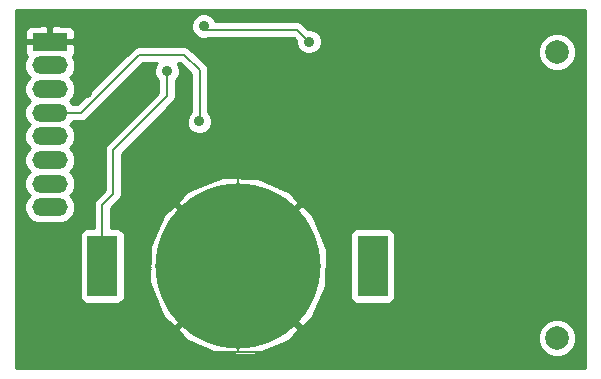
<source format=gbl>
G04 (created by PCBNEW-RS274X (2011-11-27 BZR 3249)-stable) date 15/08/2012 9:50:49 p.m.*
G01*
G70*
G90*
%MOIN*%
G04 Gerber Fmt 3.4, Leading zero omitted, Abs format*
%FSLAX34Y34*%
G04 APERTURE LIST*
%ADD10C,0.006000*%
%ADD11R,0.100000X0.200800*%
%ADD12C,0.551200*%
%ADD13C,0.078700*%
%ADD14O,0.118100X0.059100*%
%ADD15R,0.118100X0.059100*%
%ADD16C,0.035000*%
%ADD17C,0.008000*%
%ADD18C,0.010000*%
G04 APERTURE END LIST*
G54D10*
G54D11*
X22874Y-28622D03*
X31890Y-28622D03*
G54D12*
X27402Y-28622D03*
G54D13*
X38032Y-31019D03*
X38032Y-21491D03*
G54D14*
X21126Y-22725D03*
X21126Y-21938D03*
G54D15*
X21126Y-21150D03*
G54D14*
X21126Y-23512D03*
X21126Y-24300D03*
X21126Y-25087D03*
X21126Y-25874D03*
X21126Y-26661D03*
G54D16*
X26110Y-23799D03*
X29764Y-21142D03*
X26260Y-20630D03*
X22319Y-25500D03*
X22472Y-23811D03*
X22350Y-22846D03*
X22303Y-24720D03*
X20984Y-31495D03*
X20118Y-31496D03*
X25709Y-20748D03*
X20118Y-28661D03*
X29330Y-25866D03*
X29409Y-28464D03*
X22559Y-31495D03*
X29645Y-31495D03*
X37992Y-24015D03*
X31260Y-31495D03*
X37992Y-28188D03*
X20118Y-30118D03*
X37992Y-26023D03*
X31417Y-20236D03*
X35669Y-31495D03*
X22638Y-20236D03*
X29764Y-20236D03*
X23701Y-20236D03*
X35433Y-20629D03*
X25039Y-22126D03*
G54D17*
X22169Y-23512D02*
X21126Y-23512D01*
X24102Y-21579D02*
X22169Y-23512D01*
X25599Y-21579D02*
X24102Y-21579D01*
X26118Y-22098D02*
X25599Y-21579D01*
X26118Y-23791D02*
X26118Y-22098D01*
X26110Y-23799D02*
X26118Y-23791D01*
X26378Y-20748D02*
X26260Y-20630D01*
X29764Y-21142D02*
X29370Y-20748D01*
X29370Y-20748D02*
X26378Y-20748D01*
X22303Y-24720D02*
X22303Y-25484D01*
X22303Y-25484D02*
X22319Y-25500D01*
X22409Y-22787D02*
X22350Y-22846D01*
X22409Y-21150D02*
X22409Y-22787D01*
X22335Y-24720D02*
X22303Y-24720D01*
X22472Y-23811D02*
X22335Y-24720D01*
X25906Y-21141D02*
X25906Y-20945D01*
X27402Y-22520D02*
X26023Y-21141D01*
X20984Y-31495D02*
X20118Y-31496D01*
X27402Y-28622D02*
X27402Y-22520D01*
X27402Y-28622D02*
X25393Y-28661D01*
X29409Y-28464D02*
X29409Y-25945D01*
X20118Y-31496D02*
X20118Y-30118D01*
X37992Y-24015D02*
X35433Y-21456D01*
X31260Y-31495D02*
X35669Y-31495D01*
X29764Y-20236D02*
X23701Y-20236D01*
X21299Y-20236D02*
X21102Y-20433D01*
X29409Y-25945D02*
X29330Y-25866D01*
X35433Y-21456D02*
X35433Y-20629D01*
X37992Y-28188D02*
X37992Y-26023D01*
X22559Y-31495D02*
X27402Y-31495D01*
X26023Y-21141D02*
X25906Y-21141D01*
X21102Y-20433D02*
X21102Y-21126D01*
X27402Y-31495D02*
X27402Y-28622D01*
X25906Y-20945D02*
X25709Y-20748D01*
X25897Y-21150D02*
X25906Y-21141D01*
X21126Y-21150D02*
X22409Y-21150D01*
X22409Y-21150D02*
X25897Y-21150D01*
X21102Y-21126D02*
X21126Y-21150D01*
X22638Y-20236D02*
X21299Y-20236D01*
X27402Y-31495D02*
X29645Y-31495D01*
X25039Y-22960D02*
X25039Y-22126D01*
X22874Y-28622D02*
X22874Y-26579D01*
X23244Y-24755D02*
X25039Y-22960D01*
X22874Y-26579D02*
X23244Y-26209D01*
X23244Y-26209D02*
X23244Y-24755D01*
G54D18*
X20010Y-20088D02*
X38966Y-20088D01*
X20010Y-20168D02*
X38966Y-20168D01*
X20010Y-20248D02*
X26071Y-20248D01*
X26448Y-20248D02*
X38966Y-20248D01*
X20010Y-20328D02*
X25961Y-20328D01*
X26559Y-20328D02*
X38966Y-20328D01*
X20010Y-20408D02*
X25892Y-20408D01*
X26628Y-20408D02*
X38966Y-20408D01*
X20010Y-20488D02*
X25858Y-20488D01*
X29492Y-20488D02*
X38966Y-20488D01*
X20010Y-20568D02*
X25835Y-20568D01*
X29600Y-20568D02*
X38966Y-20568D01*
X20010Y-20648D02*
X20391Y-20648D01*
X21057Y-20648D02*
X21195Y-20648D01*
X21861Y-20648D02*
X25835Y-20648D01*
X29680Y-20648D02*
X38966Y-20648D01*
X20010Y-20728D02*
X20319Y-20728D01*
X21076Y-20728D02*
X21176Y-20728D01*
X21932Y-20728D02*
X25841Y-20728D01*
X29875Y-20728D02*
X38966Y-20728D01*
X20010Y-20808D02*
X20286Y-20808D01*
X21076Y-20808D02*
X21176Y-20808D01*
X21965Y-20808D02*
X25874Y-20808D01*
X30031Y-20808D02*
X38966Y-20808D01*
X20010Y-20888D02*
X20286Y-20888D01*
X21076Y-20888D02*
X21176Y-20888D01*
X21965Y-20888D02*
X25917Y-20888D01*
X30111Y-20888D02*
X37808Y-20888D01*
X38256Y-20888D02*
X38966Y-20888D01*
X20010Y-20968D02*
X20286Y-20968D01*
X21076Y-20968D02*
X21176Y-20968D01*
X21965Y-20968D02*
X25997Y-20968D01*
X30152Y-20968D02*
X37646Y-20968D01*
X38417Y-20968D02*
X38966Y-20968D01*
X20010Y-21048D02*
X20296Y-21048D01*
X21076Y-21048D02*
X21176Y-21048D01*
X21956Y-21048D02*
X21966Y-21048D01*
X21966Y-21048D02*
X26159Y-21048D01*
X26361Y-21048D02*
X29260Y-21048D01*
X30184Y-21048D02*
X37566Y-21048D01*
X38497Y-21048D02*
X38966Y-21048D01*
X20010Y-21128D02*
X21076Y-21128D01*
X21076Y-21128D02*
X21966Y-21128D01*
X21966Y-21128D02*
X29339Y-21128D01*
X30189Y-21128D02*
X37487Y-21128D01*
X38577Y-21128D02*
X38966Y-21128D01*
X20010Y-21208D02*
X20340Y-21208D01*
X21912Y-21208D02*
X21966Y-21208D01*
X21966Y-21208D02*
X29339Y-21208D01*
X30189Y-21208D02*
X37453Y-21208D01*
X38610Y-21208D02*
X38966Y-21208D01*
X20010Y-21288D02*
X20287Y-21288D01*
X21966Y-21288D02*
X29365Y-21288D01*
X30164Y-21288D02*
X30189Y-21288D01*
X30189Y-21288D02*
X37420Y-21288D01*
X38643Y-21288D02*
X38966Y-21288D01*
X20010Y-21368D02*
X20287Y-21368D01*
X21966Y-21368D02*
X23905Y-21368D01*
X25795Y-21368D02*
X29398Y-21368D01*
X30131Y-21368D02*
X30189Y-21368D01*
X30189Y-21368D02*
X37389Y-21368D01*
X38675Y-21368D02*
X38966Y-21368D01*
X20010Y-21448D02*
X20287Y-21448D01*
X21966Y-21448D02*
X23822Y-21448D01*
X25878Y-21448D02*
X29469Y-21448D01*
X30059Y-21448D02*
X30189Y-21448D01*
X30189Y-21448D02*
X37389Y-21448D01*
X38675Y-21448D02*
X38966Y-21448D01*
X20010Y-21528D02*
X20302Y-21528D01*
X21951Y-21528D02*
X23742Y-21528D01*
X25958Y-21528D02*
X29586Y-21528D01*
X29944Y-21528D02*
X30189Y-21528D01*
X30189Y-21528D02*
X37389Y-21528D01*
X38675Y-21528D02*
X38966Y-21528D01*
X20010Y-21608D02*
X20347Y-21608D01*
X21905Y-21608D02*
X23662Y-21608D01*
X26038Y-21608D02*
X30189Y-21608D01*
X30189Y-21608D02*
X37389Y-21608D01*
X38675Y-21608D02*
X38966Y-21608D01*
X20010Y-21688D02*
X20339Y-21688D01*
X21912Y-21688D02*
X23582Y-21688D01*
X26118Y-21688D02*
X30189Y-21688D01*
X30189Y-21688D02*
X37419Y-21688D01*
X38647Y-21688D02*
X38675Y-21688D01*
X38675Y-21688D02*
X38966Y-21688D01*
X20010Y-21768D02*
X20306Y-21768D01*
X21945Y-21768D02*
X23502Y-21768D01*
X26198Y-21768D02*
X30189Y-21768D01*
X30189Y-21768D02*
X37452Y-21768D01*
X38613Y-21768D02*
X38675Y-21768D01*
X38675Y-21768D02*
X38966Y-21768D01*
X20010Y-21848D02*
X20280Y-21848D01*
X21972Y-21848D02*
X23422Y-21848D01*
X26278Y-21848D02*
X30189Y-21848D01*
X30189Y-21848D02*
X37485Y-21848D01*
X38580Y-21848D02*
X38675Y-21848D01*
X38675Y-21848D02*
X38966Y-21848D01*
X20010Y-21928D02*
X20280Y-21928D01*
X21972Y-21928D02*
X23342Y-21928D01*
X24163Y-21928D02*
X24661Y-21928D01*
X25417Y-21928D02*
X25538Y-21928D01*
X26346Y-21928D02*
X30189Y-21928D01*
X30189Y-21928D02*
X37561Y-21928D01*
X38504Y-21928D02*
X38675Y-21928D01*
X38675Y-21928D02*
X38966Y-21928D01*
X20010Y-22008D02*
X20280Y-22008D01*
X21972Y-22008D02*
X23262Y-22008D01*
X24083Y-22008D02*
X24627Y-22008D01*
X25450Y-22008D02*
X25618Y-22008D01*
X26390Y-22008D02*
X30189Y-22008D01*
X30189Y-22008D02*
X37641Y-22008D01*
X38424Y-22008D02*
X38675Y-22008D01*
X38675Y-22008D02*
X38966Y-22008D01*
X20010Y-22088D02*
X20299Y-22088D01*
X21955Y-22088D02*
X23182Y-22088D01*
X24003Y-22088D02*
X24614Y-22088D01*
X25464Y-22088D02*
X25698Y-22088D01*
X26405Y-22088D02*
X30189Y-22088D01*
X30189Y-22088D02*
X37794Y-22088D01*
X38270Y-22088D02*
X38675Y-22088D01*
X38675Y-22088D02*
X38966Y-22088D01*
X20010Y-22168D02*
X20331Y-22168D01*
X21921Y-22168D02*
X23102Y-22168D01*
X23923Y-22168D02*
X24614Y-22168D01*
X25464Y-22168D02*
X25778Y-22168D01*
X26408Y-22168D02*
X30189Y-22168D01*
X30189Y-22168D02*
X38675Y-22168D01*
X38675Y-22168D02*
X38966Y-22168D01*
X20010Y-22248D02*
X20369Y-22248D01*
X21883Y-22248D02*
X23022Y-22248D01*
X23843Y-22248D02*
X24630Y-22248D01*
X25449Y-22248D02*
X25828Y-22248D01*
X26408Y-22248D02*
X30189Y-22248D01*
X30189Y-22248D02*
X38675Y-22248D01*
X38675Y-22248D02*
X38966Y-22248D01*
X20010Y-22328D02*
X20449Y-22328D01*
X21803Y-22328D02*
X22942Y-22328D01*
X23763Y-22328D02*
X24663Y-22328D01*
X25416Y-22328D02*
X25828Y-22328D01*
X26408Y-22328D02*
X30189Y-22328D01*
X30189Y-22328D02*
X38675Y-22328D01*
X38675Y-22328D02*
X38966Y-22328D01*
X20010Y-22408D02*
X20375Y-22408D01*
X21876Y-22408D02*
X22862Y-22408D01*
X23683Y-22408D02*
X24720Y-22408D01*
X25358Y-22408D02*
X25828Y-22408D01*
X26408Y-22408D02*
X30189Y-22408D01*
X30189Y-22408D02*
X38675Y-22408D01*
X38675Y-22408D02*
X38966Y-22408D01*
X20010Y-22488D02*
X20334Y-22488D01*
X21918Y-22488D02*
X22782Y-22488D01*
X23603Y-22488D02*
X24749Y-22488D01*
X25329Y-22488D02*
X25828Y-22488D01*
X26408Y-22488D02*
X30189Y-22488D01*
X30189Y-22488D02*
X38675Y-22488D01*
X38675Y-22488D02*
X38966Y-22488D01*
X20010Y-22568D02*
X20300Y-22568D01*
X21951Y-22568D02*
X22702Y-22568D01*
X23523Y-22568D02*
X24749Y-22568D01*
X25329Y-22568D02*
X25828Y-22568D01*
X26408Y-22568D02*
X30189Y-22568D01*
X30189Y-22568D02*
X38675Y-22568D01*
X38675Y-22568D02*
X38966Y-22568D01*
X20010Y-22648D02*
X20280Y-22648D01*
X21972Y-22648D02*
X22622Y-22648D01*
X23443Y-22648D02*
X24749Y-22648D01*
X25329Y-22648D02*
X25828Y-22648D01*
X26408Y-22648D02*
X30189Y-22648D01*
X30189Y-22648D02*
X38675Y-22648D01*
X38675Y-22648D02*
X38966Y-22648D01*
X20010Y-22728D02*
X20280Y-22728D01*
X21972Y-22728D02*
X22542Y-22728D01*
X23363Y-22728D02*
X24749Y-22728D01*
X25329Y-22728D02*
X25828Y-22728D01*
X26408Y-22728D02*
X30189Y-22728D01*
X30189Y-22728D02*
X38675Y-22728D01*
X38675Y-22728D02*
X38966Y-22728D01*
X20010Y-22808D02*
X20280Y-22808D01*
X21972Y-22808D02*
X22462Y-22808D01*
X23283Y-22808D02*
X24749Y-22808D01*
X25329Y-22808D02*
X25828Y-22808D01*
X26408Y-22808D02*
X30189Y-22808D01*
X30189Y-22808D02*
X38675Y-22808D01*
X38675Y-22808D02*
X38966Y-22808D01*
X20010Y-22888D02*
X20304Y-22888D01*
X21949Y-22888D02*
X22382Y-22888D01*
X23203Y-22888D02*
X24701Y-22888D01*
X25329Y-22888D02*
X25828Y-22888D01*
X26408Y-22888D02*
X30189Y-22888D01*
X30189Y-22888D02*
X38675Y-22888D01*
X38675Y-22888D02*
X38966Y-22888D01*
X20010Y-22968D02*
X20337Y-22968D01*
X21916Y-22968D02*
X22302Y-22968D01*
X23123Y-22968D02*
X24621Y-22968D01*
X25328Y-22968D02*
X25828Y-22968D01*
X26408Y-22968D02*
X30189Y-22968D01*
X30189Y-22968D02*
X38675Y-22968D01*
X38675Y-22968D02*
X38966Y-22968D01*
X20010Y-23048D02*
X20382Y-23048D01*
X21870Y-23048D02*
X22222Y-23048D01*
X23043Y-23048D02*
X24541Y-23048D01*
X25312Y-23048D02*
X25828Y-23048D01*
X26408Y-23048D02*
X30189Y-23048D01*
X30189Y-23048D02*
X38675Y-23048D01*
X38675Y-23048D02*
X38966Y-23048D01*
X20010Y-23128D02*
X20442Y-23128D01*
X21809Y-23128D02*
X22142Y-23128D01*
X22963Y-23128D02*
X24461Y-23128D01*
X25269Y-23128D02*
X25828Y-23128D01*
X26408Y-23128D02*
X30189Y-23128D01*
X30189Y-23128D02*
X38675Y-23128D01*
X38675Y-23128D02*
X38966Y-23128D01*
X20010Y-23208D02*
X20362Y-23208D01*
X21889Y-23208D02*
X22062Y-23208D01*
X22883Y-23208D02*
X24381Y-23208D01*
X25201Y-23208D02*
X25828Y-23208D01*
X26408Y-23208D02*
X30189Y-23208D01*
X30189Y-23208D02*
X38675Y-23208D01*
X38675Y-23208D02*
X38966Y-23208D01*
X20010Y-23288D02*
X20328Y-23288D01*
X22803Y-23288D02*
X24301Y-23288D01*
X25121Y-23288D02*
X25828Y-23288D01*
X26408Y-23288D02*
X30189Y-23288D01*
X30189Y-23288D02*
X38675Y-23288D01*
X38675Y-23288D02*
X38966Y-23288D01*
X20010Y-23368D02*
X20295Y-23368D01*
X22723Y-23368D02*
X24221Y-23368D01*
X25041Y-23368D02*
X25828Y-23368D01*
X26408Y-23368D02*
X30189Y-23368D01*
X30189Y-23368D02*
X38675Y-23368D01*
X38675Y-23368D02*
X38966Y-23368D01*
X20010Y-23448D02*
X20280Y-23448D01*
X22643Y-23448D02*
X24141Y-23448D01*
X24961Y-23448D02*
X25828Y-23448D01*
X26408Y-23448D02*
X30189Y-23448D01*
X30189Y-23448D02*
X38675Y-23448D01*
X38675Y-23448D02*
X38966Y-23448D01*
X20010Y-23528D02*
X20280Y-23528D01*
X22563Y-23528D02*
X24061Y-23528D01*
X24881Y-23528D02*
X25780Y-23528D01*
X26440Y-23528D02*
X30189Y-23528D01*
X30189Y-23528D02*
X38675Y-23528D01*
X38675Y-23528D02*
X38966Y-23528D01*
X20010Y-23608D02*
X20280Y-23608D01*
X22483Y-23608D02*
X23981Y-23608D01*
X24801Y-23608D02*
X25729Y-23608D01*
X26491Y-23608D02*
X30189Y-23608D01*
X30189Y-23608D02*
X38675Y-23608D01*
X38675Y-23608D02*
X38966Y-23608D01*
X20010Y-23688D02*
X20309Y-23688D01*
X22403Y-23688D02*
X23901Y-23688D01*
X24721Y-23688D02*
X25695Y-23688D01*
X26523Y-23688D02*
X30189Y-23688D01*
X30189Y-23688D02*
X38675Y-23688D01*
X38675Y-23688D02*
X38966Y-23688D01*
X20010Y-23768D02*
X20342Y-23768D01*
X22298Y-23768D02*
X23821Y-23768D01*
X24641Y-23768D02*
X25685Y-23768D01*
X26535Y-23768D02*
X30189Y-23768D01*
X30189Y-23768D02*
X38675Y-23768D01*
X38675Y-23768D02*
X38966Y-23768D01*
X20010Y-23848D02*
X20395Y-23848D01*
X21857Y-23848D02*
X23741Y-23848D01*
X24561Y-23848D02*
X25685Y-23848D01*
X26535Y-23848D02*
X30189Y-23848D01*
X30189Y-23848D02*
X38675Y-23848D01*
X38675Y-23848D02*
X38966Y-23848D01*
X20010Y-23928D02*
X20429Y-23928D01*
X21821Y-23928D02*
X23661Y-23928D01*
X24481Y-23928D02*
X25704Y-23928D01*
X26517Y-23928D02*
X26535Y-23928D01*
X26535Y-23928D02*
X30189Y-23928D01*
X30189Y-23928D02*
X38675Y-23928D01*
X38675Y-23928D02*
X38966Y-23928D01*
X20010Y-24008D02*
X20357Y-24008D01*
X21895Y-24008D02*
X23581Y-24008D01*
X24401Y-24008D02*
X25737Y-24008D01*
X26484Y-24008D02*
X26535Y-24008D01*
X26535Y-24008D02*
X30189Y-24008D01*
X30189Y-24008D02*
X38675Y-24008D01*
X38675Y-24008D02*
X38966Y-24008D01*
X20010Y-24088D02*
X20323Y-24088D01*
X21928Y-24088D02*
X23501Y-24088D01*
X24321Y-24088D02*
X25798Y-24088D01*
X26422Y-24088D02*
X26535Y-24088D01*
X26535Y-24088D02*
X30189Y-24088D01*
X30189Y-24088D02*
X38675Y-24088D01*
X38675Y-24088D02*
X38966Y-24088D01*
X20010Y-24168D02*
X20290Y-24168D01*
X21961Y-24168D02*
X23421Y-24168D01*
X24241Y-24168D02*
X25891Y-24168D01*
X26331Y-24168D02*
X26535Y-24168D01*
X26535Y-24168D02*
X30189Y-24168D01*
X30189Y-24168D02*
X38675Y-24168D01*
X38675Y-24168D02*
X38966Y-24168D01*
X20010Y-24248D02*
X20280Y-24248D01*
X21972Y-24248D02*
X23341Y-24248D01*
X24161Y-24248D02*
X26535Y-24248D01*
X26535Y-24248D02*
X30189Y-24248D01*
X30189Y-24248D02*
X38675Y-24248D01*
X38675Y-24248D02*
X38966Y-24248D01*
X20010Y-24328D02*
X20280Y-24328D01*
X21972Y-24328D02*
X23261Y-24328D01*
X24081Y-24328D02*
X26535Y-24328D01*
X26535Y-24328D02*
X30189Y-24328D01*
X30189Y-24328D02*
X38675Y-24328D01*
X38675Y-24328D02*
X38966Y-24328D01*
X20010Y-24408D02*
X20281Y-24408D01*
X21972Y-24408D02*
X23181Y-24408D01*
X24001Y-24408D02*
X26535Y-24408D01*
X26535Y-24408D02*
X30189Y-24408D01*
X30189Y-24408D02*
X38675Y-24408D01*
X38675Y-24408D02*
X38966Y-24408D01*
X20010Y-24488D02*
X20314Y-24488D01*
X21939Y-24488D02*
X23101Y-24488D01*
X23921Y-24488D02*
X26535Y-24488D01*
X26535Y-24488D02*
X30189Y-24488D01*
X30189Y-24488D02*
X38675Y-24488D01*
X38675Y-24488D02*
X38966Y-24488D01*
X20010Y-24568D02*
X20347Y-24568D01*
X21905Y-24568D02*
X23026Y-24568D01*
X23841Y-24568D02*
X26535Y-24568D01*
X26535Y-24568D02*
X30189Y-24568D01*
X30189Y-24568D02*
X38675Y-24568D01*
X38675Y-24568D02*
X38966Y-24568D01*
X20010Y-24648D02*
X20407Y-24648D01*
X21845Y-24648D02*
X22975Y-24648D01*
X23761Y-24648D02*
X26535Y-24648D01*
X26535Y-24648D02*
X30189Y-24648D01*
X30189Y-24648D02*
X38675Y-24648D01*
X38675Y-24648D02*
X38966Y-24648D01*
X20010Y-24728D02*
X20417Y-24728D01*
X21834Y-24728D02*
X22959Y-24728D01*
X23681Y-24728D02*
X26535Y-24728D01*
X26535Y-24728D02*
X30189Y-24728D01*
X30189Y-24728D02*
X38675Y-24728D01*
X38675Y-24728D02*
X38966Y-24728D01*
X20010Y-24808D02*
X20351Y-24808D01*
X21900Y-24808D02*
X22954Y-24808D01*
X23601Y-24808D02*
X26535Y-24808D01*
X26535Y-24808D02*
X30189Y-24808D01*
X30189Y-24808D02*
X38675Y-24808D01*
X38675Y-24808D02*
X38966Y-24808D01*
X20010Y-24888D02*
X20318Y-24888D01*
X21933Y-24888D02*
X22954Y-24888D01*
X23534Y-24888D02*
X26535Y-24888D01*
X26535Y-24888D02*
X30189Y-24888D01*
X30189Y-24888D02*
X38675Y-24888D01*
X38675Y-24888D02*
X38966Y-24888D01*
X20010Y-24968D02*
X20285Y-24968D01*
X21966Y-24968D02*
X22954Y-24968D01*
X23534Y-24968D02*
X26535Y-24968D01*
X26535Y-24968D02*
X30189Y-24968D01*
X30189Y-24968D02*
X38675Y-24968D01*
X38675Y-24968D02*
X38966Y-24968D01*
X20010Y-25048D02*
X20280Y-25048D01*
X21972Y-25048D02*
X22954Y-25048D01*
X23534Y-25048D02*
X26535Y-25048D01*
X26535Y-25048D02*
X30189Y-25048D01*
X30189Y-25048D02*
X38675Y-25048D01*
X38675Y-25048D02*
X38966Y-25048D01*
X20010Y-25128D02*
X20280Y-25128D01*
X21972Y-25128D02*
X22954Y-25128D01*
X23534Y-25128D02*
X26535Y-25128D01*
X26535Y-25128D02*
X30189Y-25128D01*
X30189Y-25128D02*
X38675Y-25128D01*
X38675Y-25128D02*
X38966Y-25128D01*
X20010Y-25208D02*
X20287Y-25208D01*
X21967Y-25208D02*
X22954Y-25208D01*
X23534Y-25208D02*
X26535Y-25208D01*
X26535Y-25208D02*
X30189Y-25208D01*
X30189Y-25208D02*
X38675Y-25208D01*
X38675Y-25208D02*
X38966Y-25208D01*
X20010Y-25288D02*
X20320Y-25288D01*
X21933Y-25288D02*
X22954Y-25288D01*
X23534Y-25288D02*
X26535Y-25288D01*
X26535Y-25288D02*
X30189Y-25288D01*
X30189Y-25288D02*
X38675Y-25288D01*
X38675Y-25288D02*
X38966Y-25288D01*
X20010Y-25368D02*
X20352Y-25368D01*
X21900Y-25368D02*
X22954Y-25368D01*
X23534Y-25368D02*
X26535Y-25368D01*
X26535Y-25368D02*
X30189Y-25368D01*
X30189Y-25368D02*
X38675Y-25368D01*
X38675Y-25368D02*
X38966Y-25368D01*
X20010Y-25448D02*
X20420Y-25448D01*
X21832Y-25448D02*
X22954Y-25448D01*
X23534Y-25448D02*
X26535Y-25448D01*
X26535Y-25448D02*
X30189Y-25448D01*
X30189Y-25448D02*
X38675Y-25448D01*
X38675Y-25448D02*
X38966Y-25448D01*
X20010Y-25528D02*
X20404Y-25528D01*
X21847Y-25528D02*
X22954Y-25528D01*
X23534Y-25528D02*
X26535Y-25528D01*
X26535Y-25528D02*
X30189Y-25528D01*
X30189Y-25528D02*
X38675Y-25528D01*
X38675Y-25528D02*
X38966Y-25528D01*
X20010Y-25608D02*
X20346Y-25608D01*
X21906Y-25608D02*
X22954Y-25608D01*
X23534Y-25608D02*
X26535Y-25608D01*
X26535Y-25608D02*
X30189Y-25608D01*
X30189Y-25608D02*
X38675Y-25608D01*
X38675Y-25608D02*
X38966Y-25608D01*
X20010Y-25688D02*
X20313Y-25688D01*
X21939Y-25688D02*
X22954Y-25688D01*
X23534Y-25688D02*
X26535Y-25688D01*
X26535Y-25688D02*
X26815Y-25688D01*
X28011Y-25688D02*
X30189Y-25688D01*
X30189Y-25688D02*
X38675Y-25688D01*
X38675Y-25688D02*
X38966Y-25688D01*
X20010Y-25768D02*
X20280Y-25768D01*
X21972Y-25768D02*
X22954Y-25768D01*
X23534Y-25768D02*
X26535Y-25768D01*
X26535Y-25768D02*
X26607Y-25768D01*
X28234Y-25768D02*
X30189Y-25768D01*
X30189Y-25768D02*
X38675Y-25768D01*
X38675Y-25768D02*
X38966Y-25768D01*
X20010Y-25848D02*
X20280Y-25848D01*
X21972Y-25848D02*
X22954Y-25848D01*
X23534Y-25848D02*
X26401Y-25848D01*
X28415Y-25848D02*
X30189Y-25848D01*
X30189Y-25848D02*
X38675Y-25848D01*
X38675Y-25848D02*
X38966Y-25848D01*
X20010Y-25928D02*
X20280Y-25928D01*
X21972Y-25928D02*
X22954Y-25928D01*
X23534Y-25928D02*
X26195Y-25928D01*
X28597Y-25928D02*
X30189Y-25928D01*
X30189Y-25928D02*
X38675Y-25928D01*
X38675Y-25928D02*
X38966Y-25928D01*
X20010Y-26008D02*
X20292Y-26008D01*
X21961Y-26008D02*
X22954Y-26008D01*
X23534Y-26008D02*
X25990Y-26008D01*
X28778Y-26008D02*
X30189Y-26008D01*
X30189Y-26008D02*
X38675Y-26008D01*
X38675Y-26008D02*
X38966Y-26008D01*
X20010Y-26088D02*
X20325Y-26088D01*
X21928Y-26088D02*
X22954Y-26088D01*
X23534Y-26088D02*
X25787Y-26088D01*
X28960Y-26088D02*
X30189Y-26088D01*
X30189Y-26088D02*
X38675Y-26088D01*
X38675Y-26088D02*
X38966Y-26088D01*
X20010Y-26168D02*
X20358Y-26168D01*
X21894Y-26168D02*
X22875Y-26168D01*
X23534Y-26168D02*
X25670Y-26168D01*
X29133Y-26168D02*
X30189Y-26168D01*
X30189Y-26168D02*
X38675Y-26168D01*
X38675Y-26168D02*
X38966Y-26168D01*
X20010Y-26248D02*
X20433Y-26248D01*
X21819Y-26248D02*
X22795Y-26248D01*
X23527Y-26248D02*
X25596Y-26248D01*
X29208Y-26248D02*
X30189Y-26248D01*
X30189Y-26248D02*
X38675Y-26248D01*
X38675Y-26248D02*
X38966Y-26248D01*
X20010Y-26328D02*
X20391Y-26328D01*
X21860Y-26328D02*
X22715Y-26328D01*
X23507Y-26328D02*
X25521Y-26328D01*
X29282Y-26328D02*
X30189Y-26328D01*
X30189Y-26328D02*
X38675Y-26328D01*
X38675Y-26328D02*
X38966Y-26328D01*
X20010Y-26408D02*
X20341Y-26408D01*
X21911Y-26408D02*
X22646Y-26408D01*
X23454Y-26408D02*
X25447Y-26408D01*
X29356Y-26408D02*
X30189Y-26408D01*
X30189Y-26408D02*
X38675Y-26408D01*
X38675Y-26408D02*
X38966Y-26408D01*
X20010Y-26488D02*
X20307Y-26488D01*
X21944Y-26488D02*
X22602Y-26488D01*
X23375Y-26488D02*
X25372Y-26488D01*
X29431Y-26488D02*
X30189Y-26488D01*
X30189Y-26488D02*
X38675Y-26488D01*
X38675Y-26488D02*
X38966Y-26488D01*
X20010Y-26568D02*
X20280Y-26568D01*
X21972Y-26568D02*
X22586Y-26568D01*
X23295Y-26568D02*
X25419Y-26568D01*
X29386Y-26568D02*
X29448Y-26568D01*
X29448Y-26568D02*
X30189Y-26568D01*
X30189Y-26568D02*
X38675Y-26568D01*
X38675Y-26568D02*
X38966Y-26568D01*
X20010Y-26648D02*
X20280Y-26648D01*
X21972Y-26648D02*
X22584Y-26648D01*
X23215Y-26648D02*
X25208Y-26648D01*
X25357Y-26648D02*
X25499Y-26648D01*
X29306Y-26648D02*
X29446Y-26648D01*
X29595Y-26648D02*
X30189Y-26648D01*
X30189Y-26648D02*
X38675Y-26648D01*
X38675Y-26648D02*
X38966Y-26648D01*
X20010Y-26728D02*
X20280Y-26728D01*
X21972Y-26728D02*
X22584Y-26728D01*
X23164Y-26728D02*
X25122Y-26728D01*
X25437Y-26728D02*
X25579Y-26728D01*
X29226Y-26728D02*
X29366Y-26728D01*
X29681Y-26728D02*
X30189Y-26728D01*
X30189Y-26728D02*
X38675Y-26728D01*
X38675Y-26728D02*
X38966Y-26728D01*
X20010Y-26808D02*
X20297Y-26808D01*
X21956Y-26808D02*
X22584Y-26808D01*
X23164Y-26808D02*
X25036Y-26808D01*
X25517Y-26808D02*
X25659Y-26808D01*
X29146Y-26808D02*
X29286Y-26808D01*
X29767Y-26808D02*
X30189Y-26808D01*
X30189Y-26808D02*
X38675Y-26808D01*
X38675Y-26808D02*
X38966Y-26808D01*
X20010Y-26888D02*
X20330Y-26888D01*
X21922Y-26888D02*
X22584Y-26888D01*
X23164Y-26888D02*
X24950Y-26888D01*
X25597Y-26888D02*
X25739Y-26888D01*
X29066Y-26888D02*
X29206Y-26888D01*
X29853Y-26888D02*
X30189Y-26888D01*
X30189Y-26888D02*
X38675Y-26888D01*
X38675Y-26888D02*
X38966Y-26888D01*
X20010Y-26968D02*
X20366Y-26968D01*
X21887Y-26968D02*
X22584Y-26968D01*
X23164Y-26968D02*
X24910Y-26968D01*
X25677Y-26968D02*
X25819Y-26968D01*
X28986Y-26968D02*
X29126Y-26968D01*
X29910Y-26968D02*
X30189Y-26968D01*
X30189Y-26968D02*
X38675Y-26968D01*
X38675Y-26968D02*
X38966Y-26968D01*
X20010Y-27048D02*
X20446Y-27048D01*
X21807Y-27048D02*
X22584Y-27048D01*
X23164Y-27048D02*
X24874Y-27048D01*
X25757Y-27048D02*
X25899Y-27048D01*
X28906Y-27048D02*
X29046Y-27048D01*
X29952Y-27048D02*
X30189Y-27048D01*
X30189Y-27048D02*
X38675Y-27048D01*
X38675Y-27048D02*
X38966Y-27048D01*
X20010Y-27128D02*
X20546Y-27128D01*
X21709Y-27128D02*
X22584Y-27128D01*
X23164Y-27128D02*
X24839Y-27128D01*
X25837Y-27128D02*
X25979Y-27128D01*
X28826Y-27128D02*
X28966Y-27128D01*
X29983Y-27128D02*
X30189Y-27128D01*
X30189Y-27128D02*
X38675Y-27128D01*
X38675Y-27128D02*
X38966Y-27128D01*
X20010Y-27208D02*
X22584Y-27208D01*
X23164Y-27208D02*
X24804Y-27208D01*
X25917Y-27208D02*
X26059Y-27208D01*
X28746Y-27208D02*
X28886Y-27208D01*
X30014Y-27208D02*
X30189Y-27208D01*
X30189Y-27208D02*
X38675Y-27208D01*
X38675Y-27208D02*
X38966Y-27208D01*
X20010Y-27288D02*
X22584Y-27288D01*
X23164Y-27288D02*
X24769Y-27288D01*
X25997Y-27288D02*
X26139Y-27288D01*
X28666Y-27288D02*
X28806Y-27288D01*
X30045Y-27288D02*
X30189Y-27288D01*
X30189Y-27288D02*
X38675Y-27288D01*
X38675Y-27288D02*
X38966Y-27288D01*
X20010Y-27368D02*
X22584Y-27368D01*
X23164Y-27368D02*
X24733Y-27368D01*
X26077Y-27368D02*
X26219Y-27368D01*
X28586Y-27368D02*
X28726Y-27368D01*
X30076Y-27368D02*
X30189Y-27368D01*
X30189Y-27368D02*
X38675Y-27368D01*
X38675Y-27368D02*
X38966Y-27368D01*
X20010Y-27448D02*
X22192Y-27448D01*
X23556Y-27448D02*
X24698Y-27448D01*
X26157Y-27448D02*
X26299Y-27448D01*
X28506Y-27448D02*
X28646Y-27448D01*
X30107Y-27448D02*
X30189Y-27448D01*
X30189Y-27448D02*
X31208Y-27448D01*
X32572Y-27448D02*
X38675Y-27448D01*
X38675Y-27448D02*
X38966Y-27448D01*
X20010Y-27528D02*
X22141Y-27528D01*
X23606Y-27528D02*
X24663Y-27528D01*
X26237Y-27528D02*
X26379Y-27528D01*
X28426Y-27528D02*
X28566Y-27528D01*
X30138Y-27528D02*
X30189Y-27528D01*
X30189Y-27528D02*
X31157Y-27528D01*
X32622Y-27528D02*
X38675Y-27528D01*
X38675Y-27528D02*
X38966Y-27528D01*
X20010Y-27608D02*
X22125Y-27608D01*
X23623Y-27608D02*
X24628Y-27608D01*
X26317Y-27608D02*
X26459Y-27608D01*
X28346Y-27608D02*
X28486Y-27608D01*
X30169Y-27608D02*
X30189Y-27608D01*
X30189Y-27608D02*
X31141Y-27608D01*
X32639Y-27608D02*
X38675Y-27608D01*
X38675Y-27608D02*
X38966Y-27608D01*
X20010Y-27688D02*
X22125Y-27688D01*
X23623Y-27688D02*
X24592Y-27688D01*
X26397Y-27688D02*
X26539Y-27688D01*
X28266Y-27688D02*
X28406Y-27688D01*
X30201Y-27688D02*
X31141Y-27688D01*
X32639Y-27688D02*
X38675Y-27688D01*
X38675Y-27688D02*
X38966Y-27688D01*
X20010Y-27768D02*
X22125Y-27768D01*
X23623Y-27768D02*
X24557Y-27768D01*
X26477Y-27768D02*
X26619Y-27768D01*
X28186Y-27768D02*
X28326Y-27768D01*
X30232Y-27768D02*
X31141Y-27768D01*
X32639Y-27768D02*
X38675Y-27768D01*
X38675Y-27768D02*
X38966Y-27768D01*
X20010Y-27848D02*
X22125Y-27848D01*
X23623Y-27848D02*
X24522Y-27848D01*
X26557Y-27848D02*
X26699Y-27848D01*
X28106Y-27848D02*
X28246Y-27848D01*
X30263Y-27848D02*
X31141Y-27848D01*
X32639Y-27848D02*
X38675Y-27848D01*
X38675Y-27848D02*
X38966Y-27848D01*
X20010Y-27928D02*
X22125Y-27928D01*
X23623Y-27928D02*
X24487Y-27928D01*
X26637Y-27928D02*
X26779Y-27928D01*
X28026Y-27928D02*
X28166Y-27928D01*
X30294Y-27928D02*
X31141Y-27928D01*
X32639Y-27928D02*
X38675Y-27928D01*
X38675Y-27928D02*
X38966Y-27928D01*
X20010Y-28008D02*
X22125Y-28008D01*
X23623Y-28008D02*
X24468Y-28008D01*
X26717Y-28008D02*
X26859Y-28008D01*
X27946Y-28008D02*
X28086Y-28008D01*
X30325Y-28008D02*
X31141Y-28008D01*
X32639Y-28008D02*
X38675Y-28008D01*
X38675Y-28008D02*
X38966Y-28008D01*
X20010Y-28088D02*
X22125Y-28088D01*
X23623Y-28088D02*
X24466Y-28088D01*
X26797Y-28088D02*
X26939Y-28088D01*
X27866Y-28088D02*
X28006Y-28088D01*
X30356Y-28088D02*
X31141Y-28088D01*
X32639Y-28088D02*
X38675Y-28088D01*
X38675Y-28088D02*
X38966Y-28088D01*
X20010Y-28168D02*
X22125Y-28168D01*
X23623Y-28168D02*
X24464Y-28168D01*
X26877Y-28168D02*
X27019Y-28168D01*
X27786Y-28168D02*
X27926Y-28168D01*
X30361Y-28168D02*
X30362Y-28168D01*
X30362Y-28168D02*
X31141Y-28168D01*
X32639Y-28168D02*
X38675Y-28168D01*
X38675Y-28168D02*
X38966Y-28168D01*
X20010Y-28248D02*
X22125Y-28248D01*
X23623Y-28248D02*
X24462Y-28248D01*
X26957Y-28248D02*
X27099Y-28248D01*
X27706Y-28248D02*
X27846Y-28248D01*
X30359Y-28248D02*
X30362Y-28248D01*
X30362Y-28248D02*
X31141Y-28248D01*
X32639Y-28248D02*
X38675Y-28248D01*
X38675Y-28248D02*
X38966Y-28248D01*
X20010Y-28328D02*
X22125Y-28328D01*
X23623Y-28328D02*
X24460Y-28328D01*
X27037Y-28328D02*
X27179Y-28328D01*
X27626Y-28328D02*
X27766Y-28328D01*
X30357Y-28328D02*
X30362Y-28328D01*
X30362Y-28328D02*
X31141Y-28328D01*
X32639Y-28328D02*
X38675Y-28328D01*
X38675Y-28328D02*
X38966Y-28328D01*
X20010Y-28408D02*
X22125Y-28408D01*
X23623Y-28408D02*
X24458Y-28408D01*
X27117Y-28408D02*
X27259Y-28408D01*
X27546Y-28408D02*
X27686Y-28408D01*
X30355Y-28408D02*
X30362Y-28408D01*
X30362Y-28408D02*
X31141Y-28408D01*
X32639Y-28408D02*
X38675Y-28408D01*
X38675Y-28408D02*
X38966Y-28408D01*
X20010Y-28488D02*
X22125Y-28488D01*
X23623Y-28488D02*
X24457Y-28488D01*
X27197Y-28488D02*
X27339Y-28488D01*
X27466Y-28488D02*
X27606Y-28488D01*
X30354Y-28488D02*
X30362Y-28488D01*
X30362Y-28488D02*
X31141Y-28488D01*
X32639Y-28488D02*
X38675Y-28488D01*
X38675Y-28488D02*
X38966Y-28488D01*
X20010Y-28568D02*
X22125Y-28568D01*
X23623Y-28568D02*
X24455Y-28568D01*
X27277Y-28568D02*
X27526Y-28568D01*
X30352Y-28568D02*
X30362Y-28568D01*
X30362Y-28568D02*
X31141Y-28568D01*
X32639Y-28568D02*
X38675Y-28568D01*
X38675Y-28568D02*
X38966Y-28568D01*
X20010Y-28648D02*
X22125Y-28648D01*
X23623Y-28648D02*
X24453Y-28648D01*
X27306Y-28648D02*
X27331Y-28648D01*
X27331Y-28648D02*
X27499Y-28648D01*
X30350Y-28648D02*
X30362Y-28648D01*
X30362Y-28648D02*
X31141Y-28648D01*
X32639Y-28648D02*
X38675Y-28648D01*
X38675Y-28648D02*
X38966Y-28648D01*
X20010Y-28728D02*
X22125Y-28728D01*
X23623Y-28728D02*
X24451Y-28728D01*
X27226Y-28728D02*
X27331Y-28728D01*
X27331Y-28728D02*
X27366Y-28728D01*
X27437Y-28728D02*
X27579Y-28728D01*
X30348Y-28728D02*
X30362Y-28728D01*
X30362Y-28728D02*
X31141Y-28728D01*
X32639Y-28728D02*
X38675Y-28728D01*
X38675Y-28728D02*
X38966Y-28728D01*
X20010Y-28808D02*
X22125Y-28808D01*
X23623Y-28808D02*
X24449Y-28808D01*
X27146Y-28808D02*
X27286Y-28808D01*
X27517Y-28808D02*
X27659Y-28808D01*
X30346Y-28808D02*
X30362Y-28808D01*
X30362Y-28808D02*
X31141Y-28808D01*
X32639Y-28808D02*
X38675Y-28808D01*
X38675Y-28808D02*
X38966Y-28808D01*
X20010Y-28888D02*
X22125Y-28888D01*
X23623Y-28888D02*
X24447Y-28888D01*
X27066Y-28888D02*
X27206Y-28888D01*
X27597Y-28888D02*
X27739Y-28888D01*
X30344Y-28888D02*
X30362Y-28888D01*
X30362Y-28888D02*
X31141Y-28888D01*
X32639Y-28888D02*
X38675Y-28888D01*
X38675Y-28888D02*
X38966Y-28888D01*
X20010Y-28968D02*
X22125Y-28968D01*
X23623Y-28968D02*
X24445Y-28968D01*
X26986Y-28968D02*
X27126Y-28968D01*
X27677Y-28968D02*
X27819Y-28968D01*
X30343Y-28968D02*
X30362Y-28968D01*
X30362Y-28968D02*
X31141Y-28968D01*
X32639Y-28968D02*
X38675Y-28968D01*
X38675Y-28968D02*
X38966Y-28968D01*
X20010Y-29048D02*
X22125Y-29048D01*
X23623Y-29048D02*
X24444Y-29048D01*
X26906Y-29048D02*
X27046Y-29048D01*
X27757Y-29048D02*
X27899Y-29048D01*
X30341Y-29048D02*
X30362Y-29048D01*
X30362Y-29048D02*
X31141Y-29048D01*
X32639Y-29048D02*
X38675Y-29048D01*
X38675Y-29048D02*
X38966Y-29048D01*
X20010Y-29128D02*
X22125Y-29128D01*
X23623Y-29128D02*
X24442Y-29128D01*
X26826Y-29128D02*
X26966Y-29128D01*
X27837Y-29128D02*
X27979Y-29128D01*
X30339Y-29128D02*
X30362Y-29128D01*
X30362Y-29128D02*
X31141Y-29128D01*
X32639Y-29128D02*
X38675Y-29128D01*
X38675Y-29128D02*
X38966Y-29128D01*
X20010Y-29208D02*
X22125Y-29208D01*
X23623Y-29208D02*
X24468Y-29208D01*
X26746Y-29208D02*
X26886Y-29208D01*
X27917Y-29208D02*
X28059Y-29208D01*
X30337Y-29208D02*
X30362Y-29208D01*
X30362Y-29208D02*
X31141Y-29208D01*
X32639Y-29208D02*
X38675Y-29208D01*
X38675Y-29208D02*
X38966Y-29208D01*
X20010Y-29288D02*
X22125Y-29288D01*
X23623Y-29288D02*
X24500Y-29288D01*
X26666Y-29288D02*
X26806Y-29288D01*
X27997Y-29288D02*
X28139Y-29288D01*
X30330Y-29288D02*
X30362Y-29288D01*
X30362Y-29288D02*
X31141Y-29288D01*
X32639Y-29288D02*
X38675Y-29288D01*
X38675Y-29288D02*
X38966Y-29288D01*
X20010Y-29368D02*
X22125Y-29368D01*
X23623Y-29368D02*
X24531Y-29368D01*
X26586Y-29368D02*
X26726Y-29368D01*
X28077Y-29368D02*
X28219Y-29368D01*
X30295Y-29368D02*
X30362Y-29368D01*
X30362Y-29368D02*
X31141Y-29368D01*
X32639Y-29368D02*
X38675Y-29368D01*
X38675Y-29368D02*
X38966Y-29368D01*
X20010Y-29448D02*
X22125Y-29448D01*
X23623Y-29448D02*
X24562Y-29448D01*
X26506Y-29448D02*
X26646Y-29448D01*
X28157Y-29448D02*
X28299Y-29448D01*
X30259Y-29448D02*
X30362Y-29448D01*
X30362Y-29448D02*
X31141Y-29448D01*
X32639Y-29448D02*
X38675Y-29448D01*
X38675Y-29448D02*
X38966Y-29448D01*
X20010Y-29528D02*
X22125Y-29528D01*
X23623Y-29528D02*
X24593Y-29528D01*
X26426Y-29528D02*
X26566Y-29528D01*
X28237Y-29528D02*
X28379Y-29528D01*
X30224Y-29528D02*
X30362Y-29528D01*
X30362Y-29528D02*
X31141Y-29528D01*
X32639Y-29528D02*
X38675Y-29528D01*
X38675Y-29528D02*
X38966Y-29528D01*
X20010Y-29608D02*
X22125Y-29608D01*
X23623Y-29608D02*
X24624Y-29608D01*
X26346Y-29608D02*
X26486Y-29608D01*
X28317Y-29608D02*
X28459Y-29608D01*
X30189Y-29608D02*
X30362Y-29608D01*
X30362Y-29608D02*
X31141Y-29608D01*
X32639Y-29608D02*
X38675Y-29608D01*
X38675Y-29608D02*
X38966Y-29608D01*
X20010Y-29688D02*
X22131Y-29688D01*
X23618Y-29688D02*
X24655Y-29688D01*
X26266Y-29688D02*
X26406Y-29688D01*
X28397Y-29688D02*
X28539Y-29688D01*
X30153Y-29688D02*
X30362Y-29688D01*
X30362Y-29688D02*
X31147Y-29688D01*
X32634Y-29688D02*
X32639Y-29688D01*
X32639Y-29688D02*
X38675Y-29688D01*
X38675Y-29688D02*
X38966Y-29688D01*
X20010Y-29768D02*
X22164Y-29768D01*
X23584Y-29768D02*
X24686Y-29768D01*
X26186Y-29768D02*
X26326Y-29768D01*
X28477Y-29768D02*
X28619Y-29768D01*
X30118Y-29768D02*
X30362Y-29768D01*
X30362Y-29768D02*
X31180Y-29768D01*
X32600Y-29768D02*
X32639Y-29768D01*
X32639Y-29768D02*
X38675Y-29768D01*
X38675Y-29768D02*
X38966Y-29768D01*
X20010Y-29848D02*
X22260Y-29848D01*
X23489Y-29848D02*
X24717Y-29848D01*
X26106Y-29848D02*
X26246Y-29848D01*
X28557Y-29848D02*
X28699Y-29848D01*
X30083Y-29848D02*
X30362Y-29848D01*
X30362Y-29848D02*
X31276Y-29848D01*
X32505Y-29848D02*
X32639Y-29848D01*
X32639Y-29848D02*
X38675Y-29848D01*
X38675Y-29848D02*
X38966Y-29848D01*
X20010Y-29928D02*
X24748Y-29928D01*
X26026Y-29928D02*
X26166Y-29928D01*
X28637Y-29928D02*
X28779Y-29928D01*
X30048Y-29928D02*
X30362Y-29928D01*
X30362Y-29928D02*
X32639Y-29928D01*
X32639Y-29928D02*
X38675Y-29928D01*
X38675Y-29928D02*
X38966Y-29928D01*
X20010Y-30008D02*
X24779Y-30008D01*
X25946Y-30008D02*
X26086Y-30008D01*
X28717Y-30008D02*
X28859Y-30008D01*
X30012Y-30008D02*
X30362Y-30008D01*
X30362Y-30008D02*
X32639Y-30008D01*
X32639Y-30008D02*
X38675Y-30008D01*
X38675Y-30008D02*
X38966Y-30008D01*
X20010Y-30088D02*
X24810Y-30088D01*
X25866Y-30088D02*
X26006Y-30088D01*
X28797Y-30088D02*
X28939Y-30088D01*
X29977Y-30088D02*
X30362Y-30088D01*
X30362Y-30088D02*
X32639Y-30088D01*
X32639Y-30088D02*
X38675Y-30088D01*
X38675Y-30088D02*
X38966Y-30088D01*
X20010Y-30168D02*
X24841Y-30168D01*
X25786Y-30168D02*
X25926Y-30168D01*
X28877Y-30168D02*
X29019Y-30168D01*
X29942Y-30168D02*
X30362Y-30168D01*
X30362Y-30168D02*
X32639Y-30168D01*
X32639Y-30168D02*
X38675Y-30168D01*
X38675Y-30168D02*
X38966Y-30168D01*
X20010Y-30248D02*
X24876Y-30248D01*
X25706Y-30248D02*
X25846Y-30248D01*
X28957Y-30248D02*
X29099Y-30248D01*
X29907Y-30248D02*
X30362Y-30248D01*
X30362Y-30248D02*
X32639Y-30248D01*
X32639Y-30248D02*
X38675Y-30248D01*
X38675Y-30248D02*
X38966Y-30248D01*
X20010Y-30328D02*
X24929Y-30328D01*
X25626Y-30328D02*
X25766Y-30328D01*
X29037Y-30328D02*
X29179Y-30328D01*
X29871Y-30328D02*
X30362Y-30328D01*
X30362Y-30328D02*
X32639Y-30328D01*
X32639Y-30328D02*
X38675Y-30328D01*
X38675Y-30328D02*
X38966Y-30328D01*
X20010Y-30408D02*
X25007Y-30408D01*
X25546Y-30408D02*
X25686Y-30408D01*
X29117Y-30408D02*
X29259Y-30408D01*
X29798Y-30408D02*
X30362Y-30408D01*
X30362Y-30408D02*
X32639Y-30408D01*
X32639Y-30408D02*
X37827Y-30408D01*
X38237Y-30408D02*
X38675Y-30408D01*
X38675Y-30408D02*
X38966Y-30408D01*
X20010Y-30488D02*
X25093Y-30488D01*
X25466Y-30488D02*
X25606Y-30488D01*
X29197Y-30488D02*
X29339Y-30488D01*
X29712Y-30488D02*
X30362Y-30488D01*
X30362Y-30488D02*
X32639Y-30488D01*
X32639Y-30488D02*
X37654Y-30488D01*
X38409Y-30488D02*
X38675Y-30488D01*
X38675Y-30488D02*
X38966Y-30488D01*
X20010Y-30568D02*
X25179Y-30568D01*
X25386Y-30568D02*
X25526Y-30568D01*
X29277Y-30568D02*
X29419Y-30568D01*
X29626Y-30568D02*
X30362Y-30568D01*
X30362Y-30568D02*
X32639Y-30568D01*
X32639Y-30568D02*
X37574Y-30568D01*
X38489Y-30568D02*
X38675Y-30568D01*
X38675Y-30568D02*
X38966Y-30568D01*
X20010Y-30648D02*
X25265Y-30648D01*
X25306Y-30648D02*
X25446Y-30648D01*
X29357Y-30648D02*
X29499Y-30648D01*
X29540Y-30648D02*
X30362Y-30648D01*
X30362Y-30648D02*
X32639Y-30648D01*
X32639Y-30648D02*
X37494Y-30648D01*
X38569Y-30648D02*
X38675Y-30648D01*
X38675Y-30648D02*
X38966Y-30648D01*
X20010Y-30728D02*
X25366Y-30728D01*
X29437Y-30728D02*
X30362Y-30728D01*
X30362Y-30728D02*
X32639Y-30728D01*
X32639Y-30728D02*
X37456Y-30728D01*
X38606Y-30728D02*
X38675Y-30728D01*
X38675Y-30728D02*
X38966Y-30728D01*
X20010Y-30808D02*
X25422Y-30808D01*
X29383Y-30808D02*
X29448Y-30808D01*
X29448Y-30808D02*
X30362Y-30808D01*
X30362Y-30808D02*
X32639Y-30808D01*
X32639Y-30808D02*
X37423Y-30808D01*
X38640Y-30808D02*
X38675Y-30808D01*
X38675Y-30808D02*
X38966Y-30808D01*
X20010Y-30888D02*
X25496Y-30888D01*
X29309Y-30888D02*
X29448Y-30888D01*
X29448Y-30888D02*
X30362Y-30888D01*
X30362Y-30888D02*
X32639Y-30888D01*
X32639Y-30888D02*
X37389Y-30888D01*
X38673Y-30888D02*
X38675Y-30888D01*
X38675Y-30888D02*
X38966Y-30888D01*
X20010Y-30968D02*
X25570Y-30968D01*
X29235Y-30968D02*
X29448Y-30968D01*
X29448Y-30968D02*
X30362Y-30968D01*
X30362Y-30968D02*
X32639Y-30968D01*
X32639Y-30968D02*
X37389Y-30968D01*
X38675Y-30968D02*
X38966Y-30968D01*
X20010Y-31048D02*
X25645Y-31048D01*
X29160Y-31048D02*
X29448Y-31048D01*
X29448Y-31048D02*
X30362Y-31048D01*
X30362Y-31048D02*
X32639Y-31048D01*
X32639Y-31048D02*
X37389Y-31048D01*
X38675Y-31048D02*
X38966Y-31048D01*
X20010Y-31128D02*
X25781Y-31128D01*
X29059Y-31128D02*
X29448Y-31128D01*
X29448Y-31128D02*
X30362Y-31128D01*
X30362Y-31128D02*
X32639Y-31128D01*
X32639Y-31128D02*
X37389Y-31128D01*
X38675Y-31128D02*
X38966Y-31128D01*
X20010Y-31208D02*
X25962Y-31208D01*
X28886Y-31208D02*
X29448Y-31208D01*
X29448Y-31208D02*
X30362Y-31208D01*
X30362Y-31208D02*
X32639Y-31208D01*
X32639Y-31208D02*
X37415Y-31208D01*
X38650Y-31208D02*
X38675Y-31208D01*
X38675Y-31208D02*
X38966Y-31208D01*
X20010Y-31288D02*
X26144Y-31288D01*
X28679Y-31288D02*
X29448Y-31288D01*
X29448Y-31288D02*
X30362Y-31288D01*
X30362Y-31288D02*
X32639Y-31288D01*
X32639Y-31288D02*
X37448Y-31288D01*
X38617Y-31288D02*
X38675Y-31288D01*
X38675Y-31288D02*
X38966Y-31288D01*
X20010Y-31368D02*
X26325Y-31368D01*
X28473Y-31368D02*
X29448Y-31368D01*
X29448Y-31368D02*
X30362Y-31368D01*
X30362Y-31368D02*
X32639Y-31368D01*
X32639Y-31368D02*
X37482Y-31368D01*
X38583Y-31368D02*
X38675Y-31368D01*
X38675Y-31368D02*
X38966Y-31368D01*
X20010Y-31448D02*
X26507Y-31448D01*
X28267Y-31448D02*
X29448Y-31448D01*
X29448Y-31448D02*
X30362Y-31448D01*
X30362Y-31448D02*
X32639Y-31448D01*
X32639Y-31448D02*
X37553Y-31448D01*
X38512Y-31448D02*
X38675Y-31448D01*
X38675Y-31448D02*
X38966Y-31448D01*
X20010Y-31528D02*
X26688Y-31528D01*
X28061Y-31528D02*
X29448Y-31528D01*
X29448Y-31528D02*
X30362Y-31528D01*
X30362Y-31528D02*
X32639Y-31528D01*
X32639Y-31528D02*
X37633Y-31528D01*
X38432Y-31528D02*
X38675Y-31528D01*
X38675Y-31528D02*
X38966Y-31528D01*
X20010Y-31608D02*
X29448Y-31608D01*
X29448Y-31608D02*
X30362Y-31608D01*
X30362Y-31608D02*
X32639Y-31608D01*
X32639Y-31608D02*
X37775Y-31608D01*
X38290Y-31608D02*
X38675Y-31608D01*
X38675Y-31608D02*
X38966Y-31608D01*
X20010Y-31688D02*
X29448Y-31688D01*
X29448Y-31688D02*
X30362Y-31688D01*
X30362Y-31688D02*
X32639Y-31688D01*
X32639Y-31688D02*
X38675Y-31688D01*
X38675Y-31688D02*
X38966Y-31688D01*
X20010Y-31768D02*
X29448Y-31768D01*
X29448Y-31768D02*
X30362Y-31768D01*
X30362Y-31768D02*
X32639Y-31768D01*
X32639Y-31768D02*
X38675Y-31768D01*
X38675Y-31768D02*
X38966Y-31768D01*
X20010Y-31848D02*
X29448Y-31848D01*
X29448Y-31848D02*
X30362Y-31848D01*
X30362Y-31848D02*
X32639Y-31848D01*
X32639Y-31848D02*
X38675Y-31848D01*
X38675Y-31848D02*
X38966Y-31848D01*
X20010Y-31928D02*
X29448Y-31928D01*
X29448Y-31928D02*
X30362Y-31928D01*
X30362Y-31928D02*
X32639Y-31928D01*
X32639Y-31928D02*
X38675Y-31928D01*
X38675Y-31928D02*
X38966Y-31928D01*
X20010Y-32008D02*
X29448Y-32008D01*
X29448Y-32008D02*
X30362Y-32008D01*
X30362Y-32008D02*
X32639Y-32008D01*
X32639Y-32008D02*
X38675Y-32008D01*
X38675Y-32008D02*
X38966Y-32008D01*
X38966Y-32037D02*
X38675Y-32037D01*
X38675Y-31148D01*
X38675Y-30892D01*
X38675Y-21620D01*
X38675Y-21364D01*
X38577Y-21128D01*
X38397Y-20947D01*
X38161Y-20848D01*
X37905Y-20848D01*
X37669Y-20946D01*
X37488Y-21126D01*
X37389Y-21362D01*
X37389Y-21618D01*
X37487Y-21854D01*
X37667Y-22035D01*
X37903Y-22134D01*
X38159Y-22134D01*
X38395Y-22036D01*
X38576Y-21856D01*
X38675Y-21620D01*
X38675Y-30892D01*
X38577Y-30656D01*
X38397Y-30475D01*
X38161Y-30376D01*
X37905Y-30376D01*
X37669Y-30474D01*
X37488Y-30654D01*
X37389Y-30890D01*
X37389Y-31146D01*
X37487Y-31382D01*
X37667Y-31563D01*
X37903Y-31662D01*
X38159Y-31662D01*
X38395Y-31564D01*
X38576Y-31384D01*
X38675Y-31148D01*
X38675Y-32037D01*
X32639Y-32037D01*
X32639Y-29676D01*
X32639Y-29577D01*
X32639Y-27569D01*
X32601Y-27477D01*
X32531Y-27407D01*
X32440Y-27369D01*
X32341Y-27369D01*
X31341Y-27369D01*
X31249Y-27407D01*
X31179Y-27477D01*
X31141Y-27568D01*
X31141Y-27667D01*
X31141Y-29675D01*
X31179Y-29767D01*
X31249Y-29837D01*
X31340Y-29875D01*
X31439Y-29875D01*
X32439Y-29875D01*
X32531Y-29837D01*
X32601Y-29767D01*
X32639Y-29676D01*
X32639Y-32037D01*
X30362Y-32037D01*
X30362Y-28103D01*
X30189Y-27657D01*
X30189Y-21227D01*
X30189Y-21058D01*
X30125Y-20902D01*
X30005Y-20782D01*
X29849Y-20717D01*
X29749Y-20717D01*
X29575Y-20543D01*
X29481Y-20480D01*
X29370Y-20458D01*
X26648Y-20458D01*
X26621Y-20390D01*
X26501Y-20270D01*
X26345Y-20205D01*
X26176Y-20205D01*
X26020Y-20269D01*
X25900Y-20389D01*
X25835Y-20545D01*
X25835Y-20714D01*
X25899Y-20870D01*
X26019Y-20990D01*
X26175Y-21055D01*
X26344Y-21055D01*
X26385Y-21038D01*
X29250Y-21038D01*
X29339Y-21127D01*
X29339Y-21226D01*
X29403Y-21382D01*
X29523Y-21502D01*
X29679Y-21567D01*
X29848Y-21567D01*
X30004Y-21503D01*
X30124Y-21383D01*
X30189Y-21227D01*
X30189Y-27657D01*
X29938Y-27010D01*
X29862Y-26896D01*
X29518Y-26576D01*
X29448Y-26646D01*
X29448Y-26506D01*
X29128Y-26162D01*
X28055Y-25689D01*
X26883Y-25662D01*
X26535Y-25796D01*
X26535Y-23884D01*
X26535Y-23715D01*
X26471Y-23559D01*
X26408Y-23496D01*
X26408Y-22098D01*
X26407Y-22097D01*
X26386Y-21987D01*
X26385Y-21986D01*
X26323Y-21893D01*
X26322Y-21892D01*
X25804Y-21374D01*
X25710Y-21311D01*
X25599Y-21289D01*
X24102Y-21289D01*
X23991Y-21311D01*
X23896Y-21374D01*
X22048Y-23222D01*
X21896Y-23222D01*
X21891Y-23209D01*
X21799Y-23118D01*
X21890Y-23028D01*
X21972Y-22832D01*
X21972Y-22619D01*
X21891Y-22422D01*
X21799Y-22331D01*
X21890Y-22241D01*
X21972Y-22045D01*
X21972Y-21832D01*
X21891Y-21635D01*
X21884Y-21628D01*
X21927Y-21586D01*
X21965Y-21494D01*
X21966Y-21262D01*
X21966Y-21038D01*
X21965Y-20806D01*
X21927Y-20714D01*
X21857Y-20644D01*
X21766Y-20606D01*
X21667Y-20606D01*
X21238Y-20605D01*
X21176Y-20667D01*
X21176Y-21100D01*
X21904Y-21100D01*
X21966Y-21038D01*
X21966Y-21262D01*
X21904Y-21200D01*
X21226Y-21200D01*
X21176Y-21200D01*
X21076Y-21200D01*
X21076Y-21100D01*
X21076Y-20667D01*
X21014Y-20605D01*
X20585Y-20606D01*
X20486Y-20606D01*
X20395Y-20644D01*
X20325Y-20714D01*
X20287Y-20806D01*
X20286Y-21038D01*
X20348Y-21100D01*
X21076Y-21100D01*
X21076Y-21200D01*
X21026Y-21200D01*
X20348Y-21200D01*
X20286Y-21262D01*
X20287Y-21494D01*
X20325Y-21586D01*
X20367Y-21628D01*
X20362Y-21635D01*
X20280Y-21831D01*
X20280Y-22044D01*
X20361Y-22241D01*
X20452Y-22331D01*
X20362Y-22422D01*
X20280Y-22618D01*
X20280Y-22831D01*
X20361Y-23028D01*
X20452Y-23118D01*
X20362Y-23209D01*
X20280Y-23405D01*
X20280Y-23618D01*
X20361Y-23815D01*
X20452Y-23905D01*
X20362Y-23997D01*
X20280Y-24193D01*
X20280Y-24406D01*
X20361Y-24603D01*
X20452Y-24693D01*
X20362Y-24784D01*
X20280Y-24980D01*
X20280Y-25193D01*
X20361Y-25390D01*
X20452Y-25480D01*
X20362Y-25571D01*
X20280Y-25767D01*
X20280Y-25980D01*
X20361Y-26177D01*
X20452Y-26267D01*
X20362Y-26358D01*
X20280Y-26554D01*
X20280Y-26767D01*
X20361Y-26964D01*
X20512Y-27114D01*
X20708Y-27196D01*
X20921Y-27196D01*
X21543Y-27196D01*
X21740Y-27115D01*
X21890Y-26964D01*
X21972Y-26768D01*
X21972Y-26555D01*
X21891Y-26358D01*
X21799Y-26267D01*
X21890Y-26177D01*
X21972Y-25981D01*
X21972Y-25768D01*
X21891Y-25571D01*
X21799Y-25480D01*
X21890Y-25390D01*
X21972Y-25194D01*
X21972Y-24981D01*
X21891Y-24784D01*
X21799Y-24693D01*
X21890Y-24603D01*
X21972Y-24407D01*
X21972Y-24194D01*
X21891Y-23997D01*
X21799Y-23906D01*
X21890Y-23815D01*
X21895Y-23802D01*
X22169Y-23802D01*
X22280Y-23780D01*
X22374Y-23717D01*
X24222Y-21869D01*
X24695Y-21869D01*
X24679Y-21885D01*
X24614Y-22041D01*
X24614Y-22210D01*
X24678Y-22366D01*
X24749Y-22437D01*
X24749Y-22840D01*
X23039Y-24550D01*
X22976Y-24644D01*
X22954Y-24755D01*
X22954Y-26089D01*
X22669Y-26374D01*
X22606Y-26468D01*
X22584Y-26579D01*
X22584Y-27369D01*
X22325Y-27369D01*
X22233Y-27407D01*
X22163Y-27477D01*
X22125Y-27568D01*
X22125Y-27667D01*
X22125Y-29675D01*
X22163Y-29767D01*
X22233Y-29837D01*
X22324Y-29875D01*
X22423Y-29875D01*
X23423Y-29875D01*
X23515Y-29837D01*
X23585Y-29767D01*
X23623Y-29676D01*
X23623Y-29577D01*
X23623Y-27569D01*
X23585Y-27477D01*
X23515Y-27407D01*
X23424Y-27369D01*
X23325Y-27369D01*
X23164Y-27369D01*
X23164Y-26699D01*
X23449Y-26414D01*
X23512Y-26320D01*
X23534Y-26209D01*
X23534Y-24875D01*
X25244Y-23165D01*
X25307Y-23071D01*
X25329Y-22960D01*
X25329Y-22437D01*
X25399Y-22367D01*
X25464Y-22211D01*
X25464Y-22042D01*
X25400Y-21886D01*
X25383Y-21869D01*
X25479Y-21869D01*
X25828Y-22218D01*
X25828Y-23480D01*
X25750Y-23558D01*
X25685Y-23714D01*
X25685Y-23883D01*
X25749Y-24039D01*
X25869Y-24159D01*
X26025Y-24224D01*
X26194Y-24224D01*
X26350Y-24160D01*
X26470Y-24040D01*
X26535Y-23884D01*
X26535Y-25796D01*
X25790Y-26086D01*
X25676Y-26162D01*
X25356Y-26506D01*
X27402Y-28551D01*
X29448Y-26506D01*
X29448Y-26646D01*
X27473Y-28622D01*
X29518Y-30668D01*
X29862Y-30348D01*
X30335Y-29275D01*
X30362Y-28103D01*
X30362Y-32037D01*
X29448Y-32037D01*
X29448Y-30738D01*
X27402Y-28693D01*
X27331Y-28763D01*
X27331Y-28622D01*
X25286Y-26576D01*
X24942Y-26896D01*
X24469Y-27969D01*
X24442Y-29141D01*
X24866Y-30234D01*
X24942Y-30348D01*
X25286Y-30668D01*
X27331Y-28622D01*
X27331Y-28763D01*
X25356Y-30738D01*
X25676Y-31082D01*
X26749Y-31555D01*
X27921Y-31582D01*
X29014Y-31158D01*
X29128Y-31082D01*
X29448Y-30738D01*
X29448Y-32037D01*
X20010Y-32037D01*
X20010Y-20088D01*
X38966Y-20088D01*
X38966Y-32037D01*
M02*

</source>
